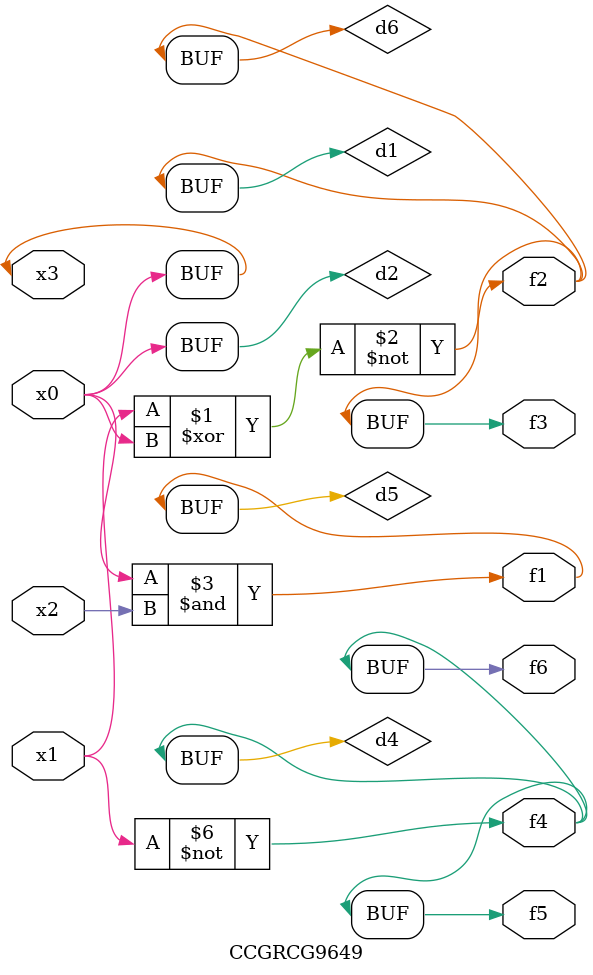
<source format=v>
module CCGRCG9649(
	input x0, x1, x2, x3,
	output f1, f2, f3, f4, f5, f6
);

	wire d1, d2, d3, d4, d5, d6;

	xnor (d1, x1, x3);
	buf (d2, x0, x3);
	nand (d3, x0, x2);
	not (d4, x1);
	nand (d5, d3);
	or (d6, d1);
	assign f1 = d5;
	assign f2 = d6;
	assign f3 = d6;
	assign f4 = d4;
	assign f5 = d4;
	assign f6 = d4;
endmodule

</source>
